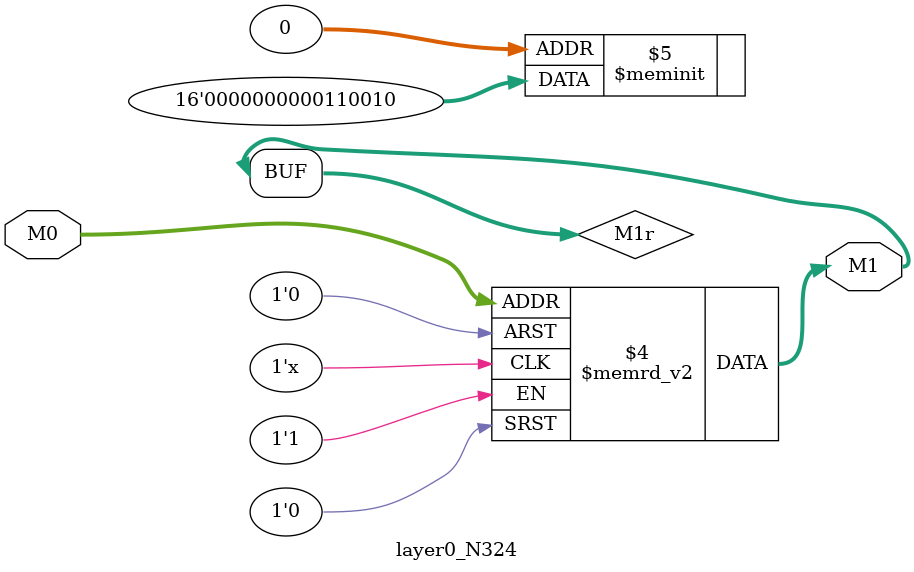
<source format=v>
module layer0_N324 ( input [2:0] M0, output [1:0] M1 );

	(*rom_style = "distributed" *) reg [1:0] M1r;
	assign M1 = M1r;
	always @ (M0) begin
		case (M0)
			3'b000: M1r = 2'b10;
			3'b100: M1r = 2'b00;
			3'b010: M1r = 2'b11;
			3'b110: M1r = 2'b00;
			3'b001: M1r = 2'b00;
			3'b101: M1r = 2'b00;
			3'b011: M1r = 2'b00;
			3'b111: M1r = 2'b00;

		endcase
	end
endmodule

</source>
